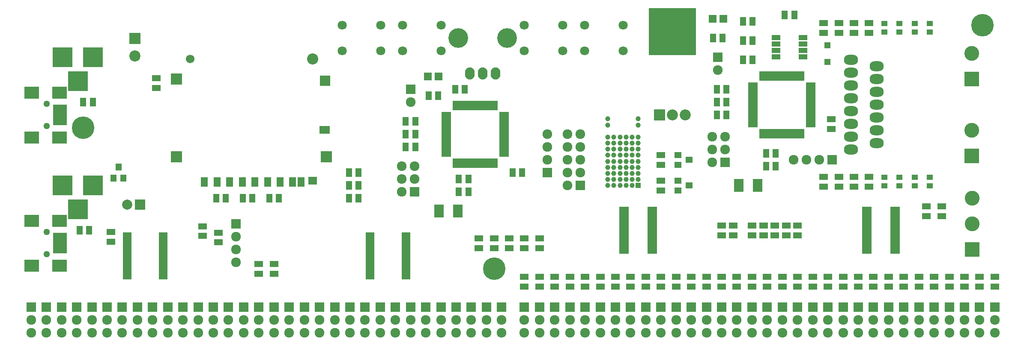
<source format=gts>
G04 (created by PCBNEW (2013-may-18)-stable) date Tue 18 Mar 2014 20:31:26 GMT*
%MOIN*%
G04 Gerber Fmt 3.4, Leading zero omitted, Abs format*
%FSLAX34Y34*%
G01*
G70*
G90*
G04 APERTURE LIST*
%ADD10C,0.00590551*%
%ADD11C,0.085748*%
%ADD12R,0.085748X0.085748*%
%ADD13R,0.365748X0.365748*%
%ADD14R,0.031748X0.075748*%
%ADD15R,0.075748X0.031748*%
%ADD16R,0.106348X0.035448*%
%ADD17R,0.114148X0.094448*%
%ADD18C,0.051148*%
%ADD19R,0.047248X0.055148*%
%ADD20R,0.055148X0.047248*%
%ADD21C,0.0393701*%
%ADD22R,0.0393701X0.0393701*%
%ADD23R,0.073648X0.032248*%
%ADD24C,0.070748*%
%ADD25R,0.065748X0.031748*%
%ADD26R,0.049248X0.049248*%
%ADD27R,0.070848X0.039348*%
%ADD28R,0.070748X0.050748*%
%ADD29R,0.050748X0.070748*%
%ADD30R,0.075748X0.075748*%
%ADD31C,0.075748*%
%ADD32O,0.110236X0.0787402*%
%ADD33R,0.062948X0.062948*%
%ADD34R,0.0723291X0.0998882*%
%ADD35R,0.0866142X0.0866142*%
%ADD36C,0.0866142*%
%ADD37R,0.0787402X0.0787402*%
%ADD38C,0.0787402*%
%ADD39R,0.115748X0.115748*%
%ADD40C,0.115748*%
%ADD41R,0.153548X0.153548*%
%ADD42R,0.047248X0.039348*%
%ADD43R,0.057048X0.077148*%
%ADD44R,0.068848X0.059048*%
%ADD45R,0.090548X0.090548*%
%ADD46R,0.078748X0.059048*%
%ADD47R,0.078748X0.078748*%
%ADD48C,0.066948*%
%ADD49C,0.086648*%
%ADD50C,0.175748*%
%ADD51O,0.0748031X0.0944882*%
%ADD52C,0.153543*%
G04 APERTURE END LIST*
G54D10*
G54D11*
X102870Y-68000D03*
G54D12*
X100870Y-68000D03*
G54D11*
X101870Y-68000D03*
G54D13*
X101870Y-61500D03*
G54D14*
X110397Y-64950D03*
X110082Y-64950D03*
X109767Y-64950D03*
X109452Y-64950D03*
X109137Y-64950D03*
X108822Y-64950D03*
X110712Y-64950D03*
X111027Y-64950D03*
X111342Y-64950D03*
X111657Y-64950D03*
X111972Y-64950D03*
X110397Y-69450D03*
X110082Y-69450D03*
X109767Y-69450D03*
X109452Y-69450D03*
X109137Y-69450D03*
X108822Y-69450D03*
X110712Y-69450D03*
X111027Y-69450D03*
X111342Y-69450D03*
X111657Y-69450D03*
X111972Y-69450D03*
G54D15*
X108147Y-67200D03*
X112647Y-67200D03*
X108147Y-67515D03*
X112647Y-67515D03*
X112647Y-67830D03*
X108147Y-67830D03*
X108147Y-68145D03*
X112647Y-68145D03*
X112647Y-68460D03*
X108147Y-68460D03*
X108147Y-68775D03*
X112647Y-68775D03*
X112647Y-66885D03*
X108147Y-66885D03*
X108147Y-66570D03*
X112647Y-66570D03*
X112647Y-66255D03*
X108147Y-66255D03*
X108147Y-65940D03*
X112647Y-65940D03*
X112647Y-65625D03*
X108147Y-65625D03*
G54D16*
X54212Y-67370D03*
X54212Y-67685D03*
X54212Y-68000D03*
X54212Y-68315D03*
X54212Y-68630D03*
G54D17*
X54173Y-66248D03*
X52008Y-66248D03*
X54173Y-69752D03*
X52008Y-69752D03*
G54D18*
X53189Y-67134D03*
X53189Y-68866D03*
G54D16*
X54212Y-77370D03*
X54212Y-77685D03*
X54212Y-78000D03*
X54212Y-78315D03*
X54212Y-78630D03*
G54D17*
X54173Y-76248D03*
X52008Y-76248D03*
X54173Y-79752D03*
X52008Y-79752D03*
G54D18*
X53189Y-77134D03*
X53189Y-78866D03*
G54D19*
X58759Y-72067D03*
X59134Y-72933D03*
X58384Y-72933D03*
G54D20*
X103188Y-71500D03*
X102322Y-71875D03*
X102322Y-71125D03*
X103188Y-73500D03*
X102322Y-73875D03*
X102322Y-73125D03*
G54D21*
X96850Y-68303D03*
X96850Y-68775D03*
X96850Y-69720D03*
X96850Y-70192D03*
X96850Y-70665D03*
X96850Y-71137D03*
X96850Y-71610D03*
X96850Y-72082D03*
X96850Y-72555D03*
X96850Y-73027D03*
X96850Y-73500D03*
X97322Y-73500D03*
X97322Y-73027D03*
X97322Y-72555D03*
X97322Y-72082D03*
X97322Y-71610D03*
X97322Y-71137D03*
X97322Y-70665D03*
X97322Y-70192D03*
X97322Y-69720D03*
X97795Y-69720D03*
X97795Y-70192D03*
X97795Y-70665D03*
X97795Y-71137D03*
X97795Y-71610D03*
X97795Y-72082D03*
X97795Y-72555D03*
X97795Y-73027D03*
X97795Y-73500D03*
X98267Y-73500D03*
X98267Y-73027D03*
X98267Y-72555D03*
X98267Y-72082D03*
X98267Y-71610D03*
X98267Y-71137D03*
X98267Y-70665D03*
X98267Y-70192D03*
X98267Y-69720D03*
X98740Y-69720D03*
X98740Y-70192D03*
X98740Y-70665D03*
X98740Y-71137D03*
X98740Y-71610D03*
X98740Y-72082D03*
X98740Y-72555D03*
X98740Y-73027D03*
X98740Y-73500D03*
G54D22*
X99212Y-73500D03*
G54D21*
X99212Y-73027D03*
X99212Y-72555D03*
X99212Y-72082D03*
X99212Y-71610D03*
X99212Y-71137D03*
X99212Y-70665D03*
X99212Y-70192D03*
X99212Y-69720D03*
X99212Y-68775D03*
X99212Y-68303D03*
G54D23*
X117008Y-76872D03*
X117008Y-77128D03*
X117008Y-77384D03*
X117008Y-77640D03*
X119210Y-76108D03*
X117008Y-76104D03*
X117008Y-76360D03*
X117008Y-76616D03*
X119212Y-77896D03*
X119212Y-77640D03*
X119212Y-77384D03*
X119212Y-77128D03*
X119212Y-76872D03*
X119212Y-76616D03*
X117008Y-77896D03*
X119210Y-76360D03*
X117008Y-75848D03*
X117008Y-78152D03*
X119212Y-78152D03*
X119212Y-75848D03*
X117008Y-75593D03*
X117008Y-78407D03*
X119212Y-78407D03*
X119212Y-75593D03*
X117008Y-75337D03*
X117008Y-78663D03*
X119212Y-78663D03*
X119212Y-75337D03*
X98110Y-76872D03*
X98110Y-77128D03*
X98110Y-77384D03*
X98110Y-77640D03*
X100312Y-76108D03*
X98110Y-76104D03*
X98110Y-76360D03*
X98110Y-76616D03*
X100314Y-77896D03*
X100314Y-77640D03*
X100314Y-77384D03*
X100314Y-77128D03*
X100314Y-76872D03*
X100314Y-76616D03*
X98110Y-77896D03*
X100312Y-76360D03*
X98110Y-75848D03*
X98110Y-78152D03*
X100314Y-78152D03*
X100314Y-75848D03*
X98110Y-75593D03*
X98110Y-78407D03*
X100314Y-78407D03*
X100314Y-75593D03*
X98110Y-75337D03*
X98110Y-78663D03*
X100314Y-78663D03*
X100314Y-75337D03*
G54D14*
X86515Y-67250D03*
X86200Y-67250D03*
X85885Y-67250D03*
X85570Y-67250D03*
X85255Y-67250D03*
X84940Y-67250D03*
X86830Y-67250D03*
X87145Y-67250D03*
X87460Y-67250D03*
X87775Y-67250D03*
X88090Y-67250D03*
X86515Y-71750D03*
X86200Y-71750D03*
X85885Y-71750D03*
X85570Y-71750D03*
X85255Y-71750D03*
X84940Y-71750D03*
X86830Y-71750D03*
X87145Y-71750D03*
X87460Y-71750D03*
X87775Y-71750D03*
X88090Y-71750D03*
G54D15*
X84265Y-69500D03*
X88765Y-69500D03*
X84265Y-69815D03*
X88765Y-69815D03*
X88765Y-70130D03*
X84265Y-70130D03*
X84265Y-70445D03*
X88765Y-70445D03*
X88765Y-70760D03*
X84265Y-70760D03*
X84265Y-71075D03*
X88765Y-71075D03*
X88765Y-69185D03*
X84265Y-69185D03*
X84265Y-68870D03*
X88765Y-68870D03*
X88765Y-68555D03*
X84265Y-68555D03*
X84265Y-68240D03*
X88765Y-68240D03*
X88765Y-67925D03*
X84265Y-67925D03*
G54D24*
X93330Y-61000D03*
X93330Y-63000D03*
X90330Y-61000D03*
X90330Y-63000D03*
X80881Y-63000D03*
X80881Y-61000D03*
X83881Y-63000D03*
X83881Y-61000D03*
G54D25*
X81124Y-80650D03*
X81124Y-80400D03*
X81124Y-80140D03*
X81124Y-79880D03*
X81124Y-79630D03*
X81124Y-79370D03*
X81124Y-79110D03*
X81124Y-78860D03*
X81124Y-78600D03*
X81124Y-78350D03*
X81124Y-78090D03*
X81124Y-77830D03*
X81124Y-77580D03*
X81124Y-77320D03*
X78324Y-77320D03*
X78324Y-77580D03*
X78324Y-77820D03*
X78324Y-78090D03*
X78324Y-78350D03*
X78324Y-78600D03*
X78324Y-78860D03*
X78324Y-79110D03*
X78324Y-79370D03*
X78324Y-79630D03*
X78324Y-79880D03*
X78324Y-80140D03*
X78324Y-80400D03*
X78324Y-80650D03*
X62226Y-80650D03*
X62226Y-80400D03*
X62226Y-80140D03*
X62226Y-79880D03*
X62226Y-79630D03*
X62226Y-79370D03*
X62226Y-79110D03*
X62226Y-78860D03*
X62226Y-78600D03*
X62226Y-78350D03*
X62226Y-78090D03*
X62226Y-77830D03*
X62226Y-77580D03*
X62226Y-77320D03*
X59426Y-77320D03*
X59426Y-77580D03*
X59426Y-77820D03*
X59426Y-78090D03*
X59426Y-78350D03*
X59426Y-78600D03*
X59426Y-78860D03*
X59426Y-79110D03*
X59426Y-79370D03*
X59426Y-79630D03*
X59426Y-79880D03*
X59426Y-80140D03*
X59426Y-80400D03*
X59426Y-80650D03*
G54D26*
X113940Y-63859D03*
X113940Y-62541D03*
G54D27*
X109938Y-63450D03*
X112038Y-63450D03*
X109938Y-62950D03*
X109938Y-62450D03*
X109938Y-61950D03*
X112038Y-62950D03*
X112038Y-62450D03*
X112038Y-61950D03*
G54D28*
X113976Y-81375D03*
X113976Y-80625D03*
X117519Y-81375D03*
X117519Y-80625D03*
X126968Y-80625D03*
X126968Y-81375D03*
X125787Y-80625D03*
X125787Y-81375D03*
X116338Y-81375D03*
X116338Y-80625D03*
X115157Y-81375D03*
X115157Y-80625D03*
X118700Y-80625D03*
X118700Y-81375D03*
X112795Y-81375D03*
X112795Y-80625D03*
X111614Y-81375D03*
X111614Y-80625D03*
X110433Y-81375D03*
X110433Y-80625D03*
X122834Y-75875D03*
X122834Y-75125D03*
X93897Y-81375D03*
X93897Y-80625D03*
X121653Y-75875D03*
X121653Y-75125D03*
X111614Y-76625D03*
X111614Y-77375D03*
X110728Y-76625D03*
X110728Y-77375D03*
X109842Y-76625D03*
X109842Y-77375D03*
X108956Y-76625D03*
X108956Y-77375D03*
X108070Y-76625D03*
X108070Y-77375D03*
X95078Y-81375D03*
X95078Y-80625D03*
X58169Y-77875D03*
X58169Y-77125D03*
X90354Y-81375D03*
X90354Y-80625D03*
X96259Y-81375D03*
X96259Y-80625D03*
X97440Y-81375D03*
X97440Y-80625D03*
X98622Y-81375D03*
X98622Y-80625D03*
X108070Y-80625D03*
X108070Y-81375D03*
X106889Y-80625D03*
X106889Y-81375D03*
X105708Y-80625D03*
X105708Y-81375D03*
X104527Y-80625D03*
X104527Y-81375D03*
X92716Y-81375D03*
X92716Y-80625D03*
X103346Y-80625D03*
X103346Y-81375D03*
X102165Y-80625D03*
X102165Y-81375D03*
X100984Y-80625D03*
X100984Y-81375D03*
X99803Y-80625D03*
X99803Y-81375D03*
X70866Y-79625D03*
X70866Y-80375D03*
X69685Y-79625D03*
X69685Y-80375D03*
X124606Y-80625D03*
X124606Y-81375D03*
X105708Y-76625D03*
X105708Y-77375D03*
X106594Y-76625D03*
X106594Y-77375D03*
X91535Y-77625D03*
X91535Y-78375D03*
X90354Y-77625D03*
X90354Y-78375D03*
X89173Y-77625D03*
X89173Y-78375D03*
X87992Y-77625D03*
X87992Y-78375D03*
X86811Y-77625D03*
X86811Y-78375D03*
X100984Y-73125D03*
X100984Y-73875D03*
X100984Y-71125D03*
X100984Y-71875D03*
X61712Y-65125D03*
X61712Y-65875D03*
X91535Y-81375D03*
X91535Y-80625D03*
X119881Y-80625D03*
X119881Y-81375D03*
X121062Y-80625D03*
X121062Y-81375D03*
X122244Y-80625D03*
X122244Y-81375D03*
X123425Y-80625D03*
X123425Y-81375D03*
G54D29*
X67107Y-74500D03*
X66357Y-74500D03*
X109922Y-72000D03*
X109172Y-72000D03*
G54D28*
X117188Y-72825D03*
X117188Y-73575D03*
X116007Y-72825D03*
X116007Y-73575D03*
X114826Y-72825D03*
X114826Y-73575D03*
X113645Y-72825D03*
X113645Y-73575D03*
X117188Y-61575D03*
X117188Y-60825D03*
X116007Y-61575D03*
X116007Y-60825D03*
X113645Y-61575D03*
X113645Y-60825D03*
G54D29*
X107365Y-63700D03*
X108115Y-63700D03*
G54D28*
X114236Y-68325D03*
X114236Y-69075D03*
G54D29*
X56477Y-77000D03*
X55727Y-77000D03*
X70491Y-74500D03*
X71241Y-74500D03*
X68424Y-74500D03*
X69174Y-74500D03*
G54D28*
X114826Y-61575D03*
X114826Y-60825D03*
G54D29*
X76691Y-72500D03*
X77441Y-72500D03*
X76691Y-73500D03*
X77441Y-73500D03*
X76691Y-74500D03*
X77441Y-74500D03*
X85709Y-66000D03*
X84959Y-66000D03*
X81121Y-68500D03*
X81871Y-68500D03*
X81121Y-69500D03*
X81871Y-69500D03*
X81871Y-70500D03*
X81121Y-70500D03*
X86004Y-73000D03*
X85254Y-73000D03*
X86004Y-74000D03*
X85254Y-74000D03*
G54D28*
X65300Y-76675D03*
X65300Y-77425D03*
G54D29*
X107365Y-60700D03*
X108115Y-60700D03*
X107365Y-62200D03*
X108115Y-62200D03*
X111363Y-60200D03*
X110613Y-60200D03*
G54D28*
X66550Y-77175D03*
X66550Y-77925D03*
G54D29*
X105333Y-67000D03*
X106083Y-67000D03*
X105333Y-66000D03*
X106083Y-66000D03*
X105788Y-62000D03*
X105038Y-62000D03*
X82892Y-66500D03*
X83642Y-66500D03*
X90175Y-72500D03*
X89425Y-72500D03*
X56772Y-67000D03*
X56022Y-67000D03*
X106083Y-68000D03*
X105333Y-68000D03*
X109922Y-71000D03*
X109172Y-71000D03*
G54D30*
X114295Y-71500D03*
G54D31*
X113295Y-71500D03*
X112295Y-71500D03*
X111295Y-71500D03*
G54D30*
X92125Y-72500D03*
G54D31*
X92125Y-71500D03*
X92125Y-70500D03*
X92125Y-69500D03*
G54D30*
X67913Y-76500D03*
G54D31*
X67913Y-77500D03*
X67913Y-78500D03*
X67913Y-79500D03*
G54D30*
X105968Y-71700D03*
G54D31*
X104968Y-71700D03*
X105968Y-70700D03*
X104968Y-70700D03*
X105968Y-69700D03*
X104968Y-69700D03*
G54D30*
X81791Y-74000D03*
G54D31*
X80791Y-74000D03*
X81791Y-73000D03*
X80791Y-73000D03*
X81791Y-72000D03*
X80791Y-72000D03*
G54D30*
X68503Y-83000D03*
G54D31*
X68503Y-84000D03*
X68503Y-85000D03*
G54D30*
X82677Y-83000D03*
G54D31*
X82677Y-84000D03*
X82677Y-85000D03*
G54D30*
X83858Y-83000D03*
G54D31*
X83858Y-84000D03*
X83858Y-85000D03*
G54D30*
X67322Y-83000D03*
G54D31*
X67322Y-84000D03*
X67322Y-85000D03*
G54D30*
X62598Y-83000D03*
G54D31*
X62598Y-84000D03*
X62598Y-85000D03*
G54D30*
X69685Y-83000D03*
G54D31*
X69685Y-84000D03*
X69685Y-85000D03*
G54D30*
X70866Y-83000D03*
G54D31*
X70866Y-84000D03*
X70866Y-85000D03*
G54D30*
X85039Y-83000D03*
G54D31*
X85039Y-84000D03*
X85039Y-85000D03*
G54D30*
X86220Y-83000D03*
G54D31*
X86220Y-84000D03*
X86220Y-85000D03*
G54D30*
X87401Y-83000D03*
G54D31*
X87401Y-84000D03*
X87401Y-85000D03*
G54D30*
X72047Y-83000D03*
G54D31*
X72047Y-84000D03*
X72047Y-85000D03*
G54D30*
X88582Y-83000D03*
G54D31*
X88582Y-84000D03*
X88582Y-85000D03*
G54D30*
X79133Y-83000D03*
G54D31*
X79133Y-84000D03*
X79133Y-85000D03*
G54D30*
X75590Y-83000D03*
G54D31*
X75590Y-84000D03*
X75590Y-85000D03*
G54D30*
X74409Y-83000D03*
G54D31*
X74409Y-84000D03*
X74409Y-85000D03*
G54D30*
X73228Y-83000D03*
G54D31*
X73228Y-84000D03*
X73228Y-85000D03*
G54D30*
X53149Y-83000D03*
G54D31*
X53149Y-84000D03*
X53149Y-85000D03*
G54D30*
X54330Y-83000D03*
G54D31*
X54330Y-84000D03*
X54330Y-85000D03*
G54D30*
X55511Y-83000D03*
G54D31*
X55511Y-84000D03*
X55511Y-85000D03*
G54D30*
X76771Y-83000D03*
G54D31*
X76771Y-84000D03*
X76771Y-85000D03*
G54D30*
X51968Y-83000D03*
G54D31*
X51968Y-84000D03*
X51968Y-85000D03*
G54D30*
X77952Y-83000D03*
G54D31*
X77952Y-84000D03*
X77952Y-85000D03*
G54D30*
X66141Y-83000D03*
G54D31*
X66141Y-84000D03*
X66141Y-85000D03*
G54D30*
X80314Y-83000D03*
G54D31*
X80314Y-84000D03*
X80314Y-85000D03*
G54D30*
X81496Y-83000D03*
G54D31*
X81496Y-84000D03*
X81496Y-85000D03*
G54D30*
X56692Y-83000D03*
G54D31*
X56692Y-84000D03*
X56692Y-85000D03*
G54D30*
X57874Y-83000D03*
G54D31*
X57874Y-84000D03*
X57874Y-85000D03*
G54D30*
X59055Y-83000D03*
G54D31*
X59055Y-84000D03*
X59055Y-85000D03*
G54D30*
X60236Y-83000D03*
G54D31*
X60236Y-84000D03*
X60236Y-85000D03*
G54D30*
X61417Y-83000D03*
G54D31*
X61417Y-84000D03*
X61417Y-85000D03*
G54D30*
X63779Y-83000D03*
G54D31*
X63779Y-84000D03*
X63779Y-85000D03*
G54D30*
X64960Y-83000D03*
G54D31*
X64960Y-84000D03*
X64960Y-85000D03*
G54D30*
X119881Y-83000D03*
G54D31*
X119881Y-84000D03*
X119881Y-85000D03*
G54D30*
X116338Y-83000D03*
G54D31*
X116338Y-84000D03*
X116338Y-85000D03*
G54D30*
X115157Y-83000D03*
G54D31*
X115157Y-84000D03*
X115157Y-85000D03*
G54D30*
X113976Y-83000D03*
G54D31*
X113976Y-84000D03*
X113976Y-85000D03*
G54D30*
X112795Y-83000D03*
G54D31*
X112795Y-84000D03*
X112795Y-85000D03*
G54D30*
X111614Y-83000D03*
G54D31*
X111614Y-84000D03*
X111614Y-85000D03*
G54D30*
X110433Y-83000D03*
G54D31*
X110433Y-84000D03*
X110433Y-85000D03*
G54D30*
X118700Y-83000D03*
G54D31*
X118700Y-84000D03*
X118700Y-85000D03*
G54D30*
X97440Y-83000D03*
G54D31*
X97440Y-84000D03*
X97440Y-85000D03*
G54D30*
X121062Y-83000D03*
G54D31*
X121062Y-84000D03*
X121062Y-85000D03*
G54D30*
X122244Y-83000D03*
G54D31*
X122244Y-84000D03*
X122244Y-85000D03*
G54D30*
X123425Y-83000D03*
G54D31*
X123425Y-84000D03*
X123425Y-85000D03*
G54D30*
X124606Y-83000D03*
G54D31*
X124606Y-84000D03*
X124606Y-85000D03*
G54D30*
X125787Y-83000D03*
G54D31*
X125787Y-84000D03*
X125787Y-85000D03*
G54D30*
X126968Y-83000D03*
G54D31*
X126968Y-84000D03*
X126968Y-85000D03*
G54D30*
X98622Y-83000D03*
G54D31*
X98622Y-84000D03*
X98622Y-85000D03*
G54D30*
X96259Y-83000D03*
G54D31*
X96259Y-84000D03*
X96259Y-85000D03*
G54D30*
X117519Y-83000D03*
G54D31*
X117519Y-84000D03*
X117519Y-85000D03*
G54D30*
X95078Y-83000D03*
G54D31*
X95078Y-84000D03*
X95078Y-85000D03*
G54D30*
X93897Y-83000D03*
G54D31*
X93897Y-84000D03*
X93897Y-85000D03*
G54D30*
X92716Y-83000D03*
G54D31*
X92716Y-84000D03*
X92716Y-85000D03*
G54D30*
X91535Y-83000D03*
G54D31*
X91535Y-84000D03*
X91535Y-85000D03*
G54D30*
X90354Y-83000D03*
G54D31*
X90354Y-84000D03*
X90354Y-85000D03*
G54D30*
X99803Y-83000D03*
G54D31*
X99803Y-84000D03*
X99803Y-85000D03*
G54D30*
X100984Y-83000D03*
G54D31*
X100984Y-84000D03*
X100984Y-85000D03*
G54D30*
X102165Y-83000D03*
G54D31*
X102165Y-84000D03*
X102165Y-85000D03*
G54D30*
X103346Y-83000D03*
G54D31*
X103346Y-84000D03*
X103346Y-85000D03*
G54D30*
X104527Y-83000D03*
G54D31*
X104527Y-84000D03*
X104527Y-85000D03*
G54D30*
X105708Y-83000D03*
G54D31*
X105708Y-84000D03*
X105708Y-85000D03*
G54D30*
X106889Y-83000D03*
G54D31*
X106889Y-84000D03*
X106889Y-85000D03*
G54D30*
X108070Y-83000D03*
G54D31*
X108070Y-84000D03*
X108070Y-85000D03*
G54D30*
X105413Y-63500D03*
G54D31*
X105413Y-64500D03*
G54D30*
X81496Y-66000D03*
G54D31*
X81496Y-67000D03*
G54D32*
X115779Y-63700D03*
X117779Y-64200D03*
X115779Y-64700D03*
X117779Y-65200D03*
X115779Y-65700D03*
X117779Y-66200D03*
X115779Y-66700D03*
X117779Y-67200D03*
X115779Y-67700D03*
X117779Y-68200D03*
X115779Y-68700D03*
X117779Y-69200D03*
X115779Y-69700D03*
X117779Y-70200D03*
X115779Y-70700D03*
G54D33*
X105000Y-60500D03*
X105826Y-60500D03*
X83680Y-65000D03*
X82854Y-65000D03*
G54D34*
X108503Y-73500D03*
X107047Y-73500D03*
X85177Y-75500D03*
X83720Y-75500D03*
G54D35*
X60050Y-62011D03*
G54D36*
X60050Y-63388D03*
G54D37*
X60433Y-75000D03*
G54D38*
X59448Y-75000D03*
G54D39*
X125196Y-78500D03*
G54D40*
X125196Y-76500D03*
X125196Y-74500D03*
G54D41*
X56771Y-63500D03*
X54409Y-63500D03*
X55590Y-65350D03*
X56771Y-73500D03*
X54409Y-73500D03*
X55590Y-75350D03*
G54D28*
X109251Y-81375D03*
X109251Y-80625D03*
G54D39*
X125161Y-65200D03*
G54D40*
X125161Y-63200D03*
G54D42*
X121913Y-73535D03*
X121913Y-72865D03*
X118370Y-61535D03*
X118370Y-60865D03*
X119551Y-61535D03*
X119551Y-60865D03*
X118370Y-72865D03*
X118370Y-73535D03*
X120732Y-73535D03*
X120732Y-72865D03*
X121913Y-60865D03*
X121913Y-61535D03*
X120732Y-60865D03*
X120732Y-61535D03*
X119551Y-72865D03*
X119551Y-73535D03*
G54D39*
X125161Y-71200D03*
G54D40*
X125161Y-69200D03*
G54D30*
X94692Y-73500D03*
G54D31*
X93692Y-73500D03*
X94692Y-72500D03*
X93692Y-72500D03*
X94692Y-71500D03*
X93692Y-71500D03*
X94692Y-70500D03*
X93692Y-70500D03*
X94692Y-69500D03*
X93692Y-69500D03*
G54D30*
X109251Y-83000D03*
G54D31*
X109251Y-84000D03*
X109251Y-85000D03*
G54D24*
X76157Y-63000D03*
X76157Y-61000D03*
X79157Y-63000D03*
X79157Y-61000D03*
X98055Y-61000D03*
X98055Y-63000D03*
X95055Y-61000D03*
X95055Y-63000D03*
G54D43*
X65444Y-73226D03*
X66428Y-73226D03*
X67413Y-73226D03*
X68397Y-73226D03*
X69381Y-73226D03*
X70365Y-73226D03*
X71350Y-73226D03*
X72302Y-73226D03*
X72972Y-73226D03*
G54D44*
X73869Y-73136D03*
G54D45*
X63287Y-71270D03*
X63287Y-65187D03*
X74948Y-71270D03*
G54D46*
X74822Y-69144D03*
G54D47*
X74842Y-65337D03*
G54D48*
X64330Y-63632D03*
G54D49*
X73858Y-63632D03*
G54D50*
X56000Y-69000D03*
X126000Y-61000D03*
X88000Y-80000D03*
G54D51*
X86122Y-64755D03*
X87106Y-64755D03*
X88090Y-64755D03*
G54D52*
X85216Y-62000D03*
X88996Y-62000D03*
M02*

</source>
